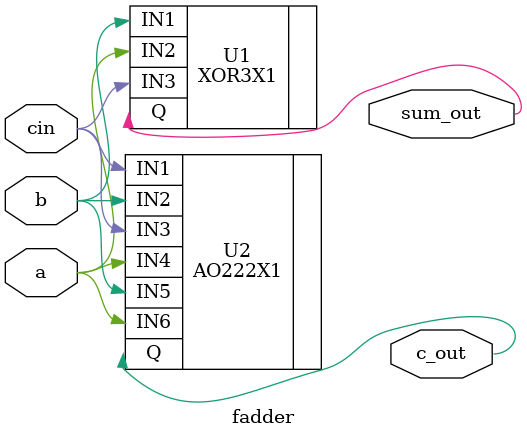
<source format=v>

module fadder ( a, b, cin, sum_out, c_out );
  input a, b, cin;
  output sum_out, c_out;


  XOR3X1 U1 ( .IN1(b), .IN2(a), .IN3(cin), .Q(sum_out) );
  AO222X1 U2 ( .IN1(cin), .IN2(b), .IN3(cin), .IN4(a), .IN5(b), .IN6(a), .Q(
        c_out) );
endmodule


</source>
